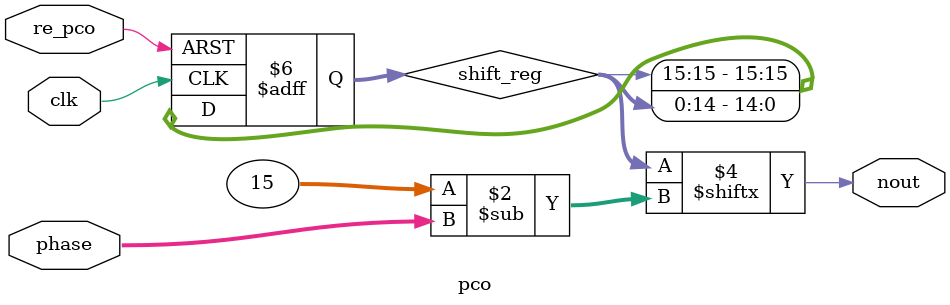
<source format=v>
`timescale 1ns/1ps
module pco (
    input wire clk,         // System clock
    input wire re_pco,       // Reset signal
    input wire [3:0] phase, // 4-bit phase selector
    output nout);
    reg [0:15] shift_reg = 16'b1000000001111111;
    // 16-stage shift register representing a full oscillation cycle
    
always @(posedge clk or posedge re_pco) begin
            if (re_pco) begin
                shift_reg <= 16'b1000000001111111; // Reset to initial waveform
            end else begin
                shift_reg <= {shift_reg[15],shift_reg[0:14]}; // Circular shift
            end
        end
    
        assign nout=shift_reg[phase];

endmodule
</source>
